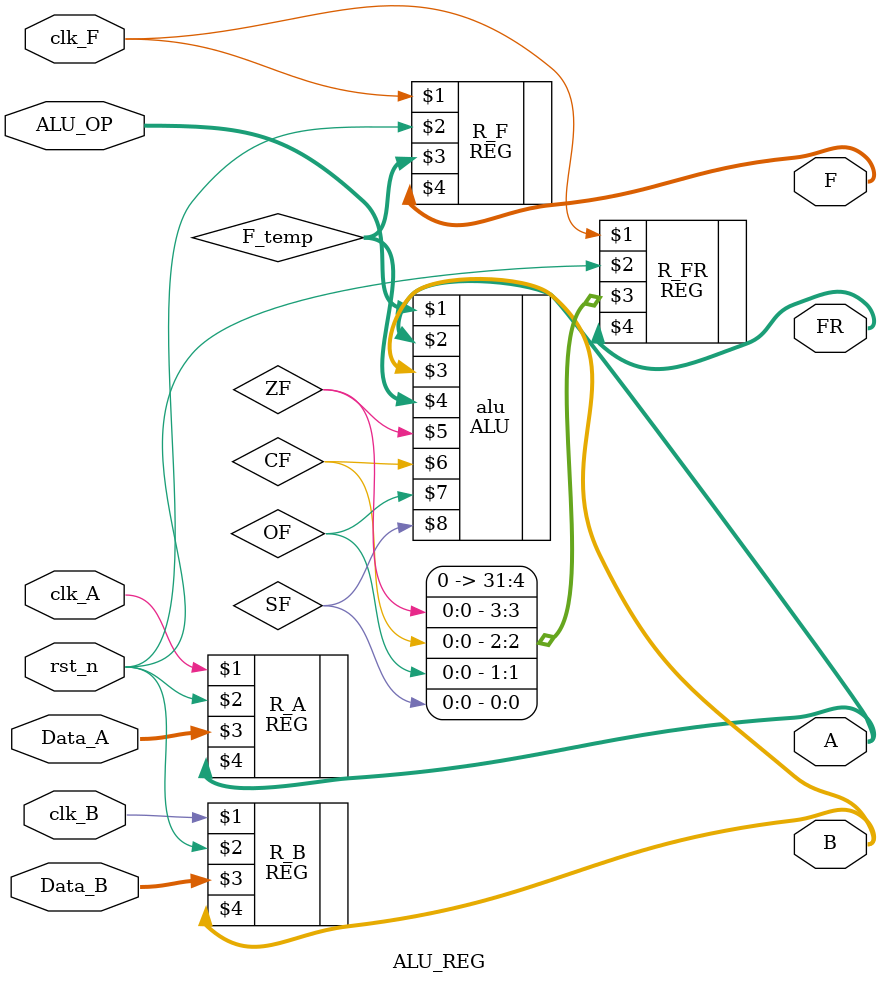
<source format=v>
`timescale 1ns / 1ps


module ALU_REG(ALU_OP,Data_A,Data_B,rst_n,clk_A,clk_B,clk_F,A,B,F,FR);

input [3:0]ALU_OP;
input [31:0]Data_A,Data_B;
input rst_n,clk_A,clk_B,clk_F;
output[31:0]A,B,F;
output[3:0]FR;

wire [31:0]F_temp;
wire ZF,CF,OF,SF;

REG R_A(clk_A,rst_n,Data_A,A);

REG R_B(clk_B,rst_n,Data_B,B);

ALU alu(ALU_OP,A,B,F_temp,ZF,CF,OF,SF);

REG R_F(clk_F,rst_n,F_temp,F);

REG R_FR(clk_F,rst_n,{28'b0,ZF,CF,OF,SF},FR);

endmodule
</source>
